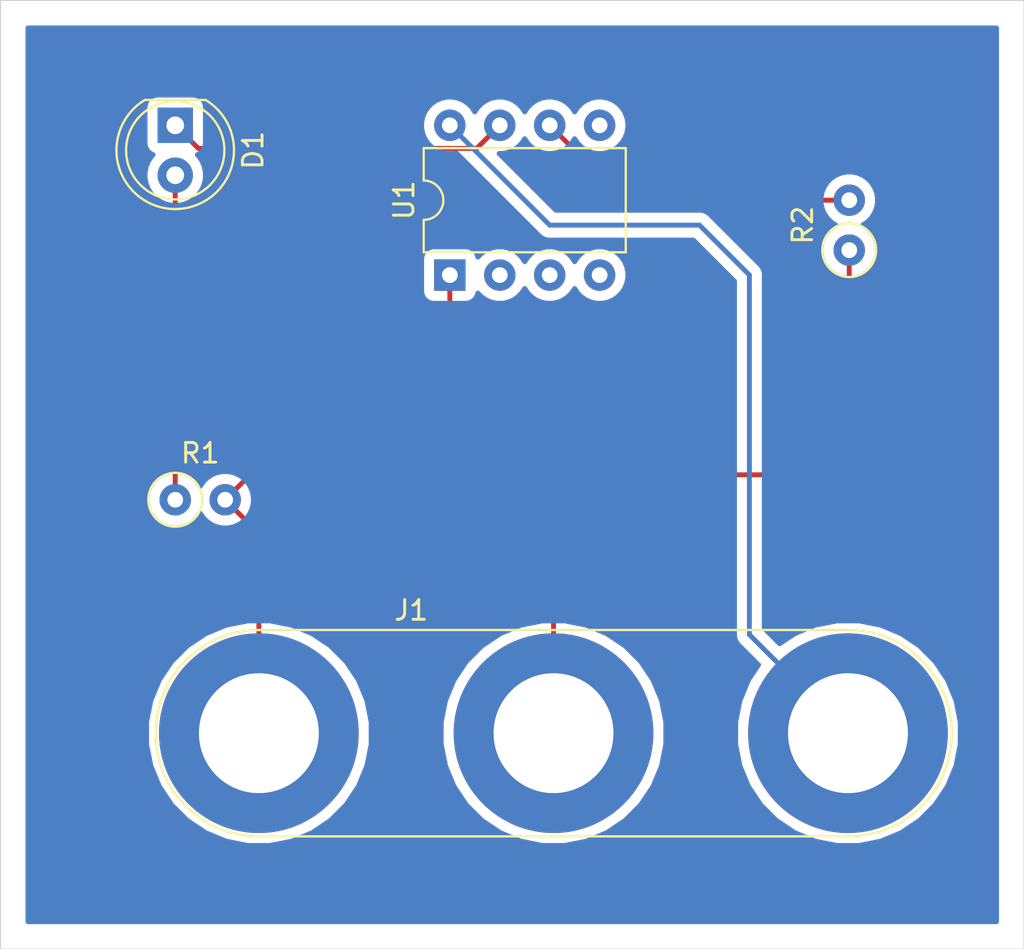
<source format=kicad_pcb>
(kicad_pcb (version 20171130) (host pcbnew "(5.1.10-1-10_14)")

  (general
    (thickness 1.6)
    (drawings 4)
    (tracks 22)
    (zones 0)
    (modules 5)
    (nets 11)
  )

  (page A4)
  (title_block
    (title Tutorial1)
  )

  (layers
    (0 F.Cu signal)
    (31 B.Cu signal)
    (32 B.Adhes user)
    (33 F.Adhes user)
    (34 B.Paste user)
    (35 F.Paste user)
    (36 B.SilkS user)
    (37 F.SilkS user)
    (38 B.Mask user)
    (39 F.Mask user)
    (40 Dwgs.User user)
    (41 Cmts.User user)
    (42 Eco1.User user)
    (43 Eco2.User user)
    (44 Edge.Cuts user)
    (45 Margin user)
    (46 B.CrtYd user)
    (47 F.CrtYd user)
    (48 B.Fab user)
    (49 F.Fab user)
  )

  (setup
    (last_trace_width 0.25)
    (trace_clearance 0.25)
    (zone_clearance 0.508)
    (zone_45_only no)
    (trace_min 0.2)
    (via_size 0.8)
    (via_drill 0.4)
    (via_min_size 0.4)
    (via_min_drill 0.3)
    (uvia_size 0.3)
    (uvia_drill 0.1)
    (uvias_allowed no)
    (uvia_min_size 0.2)
    (uvia_min_drill 0.1)
    (edge_width 0.05)
    (segment_width 0.2)
    (pcb_text_width 0.3)
    (pcb_text_size 1.5 1.5)
    (mod_edge_width 0.12)
    (mod_text_size 1 1)
    (mod_text_width 0.15)
    (pad_size 1.524 1.524)
    (pad_drill 0.762)
    (pad_to_mask_clearance 0)
    (aux_axis_origin 0 0)
    (visible_elements FFFFFF7F)
    (pcbplotparams
      (layerselection 0x010fc_ffffffff)
      (usegerberextensions false)
      (usegerberattributes true)
      (usegerberadvancedattributes true)
      (creategerberjobfile true)
      (excludeedgelayer true)
      (linewidth 0.100000)
      (plotframeref false)
      (viasonmask false)
      (mode 1)
      (useauxorigin false)
      (hpglpennumber 1)
      (hpglpenspeed 20)
      (hpglpendiameter 15.000000)
      (psnegative false)
      (psa4output false)
      (plotreference true)
      (plotvalue true)
      (plotinvisibletext false)
      (padsonsilk false)
      (subtractmaskfromsilk false)
      (outputformat 1)
      (mirror false)
      (drillshape 1)
      (scaleselection 1)
      (outputdirectory ""))
  )

  (net 0 "")
  (net 1 /uCtoLED)
  (net 2 /LEDtoR)
  (net 3 VCC)
  (net 4 GND)
  (net 5 "Net-(J1-Pad2)")
  (net 6 /INPUT)
  (net 7 "Net-(U1-Pad5)")
  (net 8 "Net-(U1-Pad2)")
  (net 9 "Net-(U1-Pad3)")
  (net 10 "Net-(U1-Pad4)")

  (net_class Default "This is the default net class."
    (clearance 0.25)
    (trace_width 0.25)
    (via_dia 0.8)
    (via_drill 0.4)
    (uvia_dia 0.3)
    (uvia_drill 0.1)
    (add_net /INPUT)
    (add_net /LEDtoR)
    (add_net /uCtoLED)
    (add_net GND)
    (add_net "Net-(J1-Pad2)")
    (add_net "Net-(U1-Pad2)")
    (add_net "Net-(U1-Pad3)")
    (add_net "Net-(U1-Pad4)")
    (add_net "Net-(U1-Pad5)")
    (add_net VCC)
  )

  (net_class power ""
    (clearance 0.25)
    (trace_width 0.5)
    (via_dia 0.8)
    (via_drill 0.4)
    (uvia_dia 0.3)
    (uvia_drill 0.1)
  )

  (module LED_THT:LED_D5.0mm (layer F.Cu) (tedit 5995936A) (tstamp 621250F4)
    (at 115.57 69.85 270)
    (descr "LED, diameter 5.0mm, 2 pins, http://cdn-reichelt.de/documents/datenblatt/A500/LL-504BC2E-009.pdf")
    (tags "LED diameter 5.0mm 2 pins")
    (path /6212CD06)
    (fp_text reference D1 (at 1.27 -3.96 90) (layer F.SilkS)
      (effects (font (size 1 1) (thickness 0.15)))
    )
    (fp_text value LED (at 1.27 3.96 90) (layer F.Fab)
      (effects (font (size 1 1) (thickness 0.15)))
    )
    (fp_line (start 4.5 -3.25) (end -1.95 -3.25) (layer F.CrtYd) (width 0.05))
    (fp_line (start 4.5 3.25) (end 4.5 -3.25) (layer F.CrtYd) (width 0.05))
    (fp_line (start -1.95 3.25) (end 4.5 3.25) (layer F.CrtYd) (width 0.05))
    (fp_line (start -1.95 -3.25) (end -1.95 3.25) (layer F.CrtYd) (width 0.05))
    (fp_line (start -1.29 -1.545) (end -1.29 1.545) (layer F.SilkS) (width 0.12))
    (fp_line (start -1.23 -1.469694) (end -1.23 1.469694) (layer F.Fab) (width 0.1))
    (fp_circle (center 1.27 0) (end 3.77 0) (layer F.SilkS) (width 0.12))
    (fp_circle (center 1.27 0) (end 3.77 0) (layer F.Fab) (width 0.1))
    (fp_arc (start 1.27 0) (end -1.23 -1.469694) (angle 299.1) (layer F.Fab) (width 0.1))
    (fp_arc (start 1.27 0) (end -1.29 -1.54483) (angle 148.9) (layer F.SilkS) (width 0.12))
    (fp_arc (start 1.27 0) (end -1.29 1.54483) (angle -148.9) (layer F.SilkS) (width 0.12))
    (fp_text user %R (at 1.25 0 90) (layer F.Fab)
      (effects (font (size 0.8 0.8) (thickness 0.2)))
    )
    (pad 1 thru_hole rect (at 0 0 270) (size 1.8 1.8) (drill 0.9) (layers *.Cu *.Mask)
      (net 1 /uCtoLED))
    (pad 2 thru_hole circle (at 2.54 0 270) (size 1.8 1.8) (drill 0.9) (layers *.Cu *.Mask)
      (net 2 /LEDtoR))
    (model ${KISYS3DMOD}/LED_THT.3dshapes/LED_D5.0mm.wrl
      (at (xyz 0 0 0))
      (scale (xyz 1 1 1))
      (rotate (xyz 0 0 0))
    )
  )

  (module Connector:Banana_Jack_3Pin (layer F.Cu) (tedit 5A1AB217) (tstamp 6212510A)
    (at 119.825001 100.775001)
    (descr "Triple banana socket, footprint - 3 x 6mm drills")
    (tags "banana socket")
    (path /62130A71)
    (fp_text reference J1 (at 7.75 -6.25) (layer F.SilkS)
      (effects (font (size 1 1) (thickness 0.15)))
    )
    (fp_text value MYCONN3 (at 22.5 -6.25) (layer F.Fab)
      (effects (font (size 1 1) (thickness 0.15)))
    )
    (fp_circle (center 0 0) (end 2 0) (layer F.Fab) (width 0.1))
    (fp_circle (center 0 0) (end 4.75 0) (layer F.Fab) (width 0.1))
    (fp_circle (center 15 0) (end 17 0) (layer F.Fab) (width 0.1))
    (fp_circle (center 15 0) (end 19.75 0) (layer F.Fab) (width 0.1))
    (fp_circle (center 30 0) (end 30 -4.75) (layer F.Fab) (width 0.1))
    (fp_circle (center 30 0) (end 30 -2) (layer F.Fab) (width 0.1))
    (fp_line (start 30 -5.25) (end 0 -5.25) (layer F.SilkS) (width 0.12))
    (fp_line (start 0 5.25) (end 30 5.25) (layer F.SilkS) (width 0.12))
    (fp_line (start 0 -5.5) (end 30 -5.5) (layer F.CrtYd) (width 0.05))
    (fp_line (start 30 5.5) (end 0 5.5) (layer F.CrtYd) (width 0.05))
    (fp_text user %R (at 14.99 0) (layer F.Fab)
      (effects (font (size 0.8 0.8) (thickness 0.12)))
    )
    (fp_arc (start 0 0) (end 0 5.5) (angle 180) (layer F.CrtYd) (width 0.05))
    (fp_arc (start 30 0) (end 30 -5.5) (angle 180) (layer F.CrtYd) (width 0.05))
    (fp_arc (start 30 0) (end 30 -5.25) (angle 180) (layer F.SilkS) (width 0.12))
    (fp_arc (start 0 0) (end 0 5.25) (angle 180) (layer F.SilkS) (width 0.12))
    (pad 1 thru_hole circle (at 0 0) (size 10.16 10.16) (drill 6.1) (layers *.Cu *.Mask)
      (net 3 VCC))
    (pad 3 thru_hole circle (at 29.97 0) (size 10.16 10.16) (drill 6.1) (layers *.Cu *.Mask)
      (net 4 GND))
    (pad 2 thru_hole circle (at 14.99 0) (size 10.16 10.16) (drill 6.1) (layers *.Cu *.Mask)
      (net 5 "Net-(J1-Pad2)"))
    (model ${KISYS3DMOD}/Connector.3dshapes/Banana_Jack_3Pin.wrl
      (offset (xyz 14.9999997746626 0 0))
      (scale (xyz 2 2 2))
      (rotate (xyz 0 0 0))
    )
  )

  (module Resistor_THT:R_Axial_DIN0207_L6.3mm_D2.5mm_P2.54mm_Vertical (layer F.Cu) (tedit 5AE5139B) (tstamp 62125119)
    (at 115.57 88.9)
    (descr "Resistor, Axial_DIN0207 series, Axial, Vertical, pin pitch=2.54mm, 0.25W = 1/4W, length*diameter=6.3*2.5mm^2, http://cdn-reichelt.de/documents/datenblatt/B400/1_4W%23YAG.pdf")
    (tags "Resistor Axial_DIN0207 series Axial Vertical pin pitch 2.54mm 0.25W = 1/4W length 6.3mm diameter 2.5mm")
    (path /62123910)
    (fp_text reference R1 (at 1.27 -2.37) (layer F.SilkS)
      (effects (font (size 1 1) (thickness 0.15)))
    )
    (fp_text value 1k (at 1.27 2.37) (layer F.Fab)
      (effects (font (size 1 1) (thickness 0.15)))
    )
    (fp_line (start 3.59 -1.5) (end -1.5 -1.5) (layer F.CrtYd) (width 0.05))
    (fp_line (start 3.59 1.5) (end 3.59 -1.5) (layer F.CrtYd) (width 0.05))
    (fp_line (start -1.5 1.5) (end 3.59 1.5) (layer F.CrtYd) (width 0.05))
    (fp_line (start -1.5 -1.5) (end -1.5 1.5) (layer F.CrtYd) (width 0.05))
    (fp_line (start 1.37 0) (end 1.44 0) (layer F.SilkS) (width 0.12))
    (fp_line (start 0 0) (end 2.54 0) (layer F.Fab) (width 0.1))
    (fp_circle (center 0 0) (end 1.37 0) (layer F.SilkS) (width 0.12))
    (fp_circle (center 0 0) (end 1.25 0) (layer F.Fab) (width 0.1))
    (fp_text user %R (at 1.27 -2.37) (layer F.Fab)
      (effects (font (size 1 1) (thickness 0.15)))
    )
    (pad 1 thru_hole circle (at 0 0) (size 1.6 1.6) (drill 0.8) (layers *.Cu *.Mask)
      (net 2 /LEDtoR))
    (pad 2 thru_hole oval (at 2.54 0) (size 1.6 1.6) (drill 0.8) (layers *.Cu *.Mask)
      (net 3 VCC))
    (model ${KISYS3DMOD}/Resistor_THT.3dshapes/R_Axial_DIN0207_L6.3mm_D2.5mm_P2.54mm_Vertical.wrl
      (at (xyz 0 0 0))
      (scale (xyz 1 1 1))
      (rotate (xyz 0 0 0))
    )
  )

  (module Resistor_THT:R_Axial_DIN0207_L6.3mm_D2.5mm_P2.54mm_Vertical (layer F.Cu) (tedit 5AE5139B) (tstamp 62125128)
    (at 149.86 76.2 90)
    (descr "Resistor, Axial_DIN0207 series, Axial, Vertical, pin pitch=2.54mm, 0.25W = 1/4W, length*diameter=6.3*2.5mm^2, http://cdn-reichelt.de/documents/datenblatt/B400/1_4W%23YAG.pdf")
    (tags "Resistor Axial_DIN0207 series Axial Vertical pin pitch 2.54mm 0.25W = 1/4W length 6.3mm diameter 2.5mm")
    (path /62124C17)
    (fp_text reference R2 (at 1.27 -2.37 90) (layer F.SilkS)
      (effects (font (size 1 1) (thickness 0.15)))
    )
    (fp_text value 100 (at 1.27 2.37 90) (layer F.Fab)
      (effects (font (size 1 1) (thickness 0.15)))
    )
    (fp_text user %R (at 1.27 -2.37 90) (layer F.Fab)
      (effects (font (size 1 1) (thickness 0.15)))
    )
    (fp_circle (center 0 0) (end 1.25 0) (layer F.Fab) (width 0.1))
    (fp_circle (center 0 0) (end 1.37 0) (layer F.SilkS) (width 0.12))
    (fp_line (start 0 0) (end 2.54 0) (layer F.Fab) (width 0.1))
    (fp_line (start 1.37 0) (end 1.44 0) (layer F.SilkS) (width 0.12))
    (fp_line (start -1.5 -1.5) (end -1.5 1.5) (layer F.CrtYd) (width 0.05))
    (fp_line (start -1.5 1.5) (end 3.59 1.5) (layer F.CrtYd) (width 0.05))
    (fp_line (start 3.59 1.5) (end 3.59 -1.5) (layer F.CrtYd) (width 0.05))
    (fp_line (start 3.59 -1.5) (end -1.5 -1.5) (layer F.CrtYd) (width 0.05))
    (pad 2 thru_hole oval (at 2.54 0 90) (size 1.6 1.6) (drill 0.8) (layers *.Cu *.Mask)
      (net 6 /INPUT))
    (pad 1 thru_hole circle (at 0 0 90) (size 1.6 1.6) (drill 0.8) (layers *.Cu *.Mask)
      (net 5 "Net-(J1-Pad2)"))
    (model ${KISYS3DMOD}/Resistor_THT.3dshapes/R_Axial_DIN0207_L6.3mm_D2.5mm_P2.54mm_Vertical.wrl
      (at (xyz 0 0 0))
      (scale (xyz 1 1 1))
      (rotate (xyz 0 0 0))
    )
  )

  (module Package_DIP:DIP-8_W7.62mm (layer F.Cu) (tedit 5A02E8C5) (tstamp 62125144)
    (at 129.54 77.47 90)
    (descr "8-lead though-hole mounted DIP package, row spacing 7.62 mm (300 mils)")
    (tags "THT DIP DIL PDIP 2.54mm 7.62mm 300mil")
    (path /62127763)
    (fp_text reference U1 (at 3.81 -2.33 90) (layer F.SilkS)
      (effects (font (size 1 1) (thickness 0.15)))
    )
    (fp_text value PIC12C508A-ISN (at -2.54 3.81) (layer F.Fab)
      (effects (font (size 1 1) (thickness 0.15)))
    )
    (fp_line (start 8.7 -1.55) (end -1.1 -1.55) (layer F.CrtYd) (width 0.05))
    (fp_line (start 8.7 9.15) (end 8.7 -1.55) (layer F.CrtYd) (width 0.05))
    (fp_line (start -1.1 9.15) (end 8.7 9.15) (layer F.CrtYd) (width 0.05))
    (fp_line (start -1.1 -1.55) (end -1.1 9.15) (layer F.CrtYd) (width 0.05))
    (fp_line (start 6.46 -1.33) (end 4.81 -1.33) (layer F.SilkS) (width 0.12))
    (fp_line (start 6.46 8.95) (end 6.46 -1.33) (layer F.SilkS) (width 0.12))
    (fp_line (start 1.16 8.95) (end 6.46 8.95) (layer F.SilkS) (width 0.12))
    (fp_line (start 1.16 -1.33) (end 1.16 8.95) (layer F.SilkS) (width 0.12))
    (fp_line (start 2.81 -1.33) (end 1.16 -1.33) (layer F.SilkS) (width 0.12))
    (fp_line (start 0.635 -0.27) (end 1.635 -1.27) (layer F.Fab) (width 0.1))
    (fp_line (start 0.635 8.89) (end 0.635 -0.27) (layer F.Fab) (width 0.1))
    (fp_line (start 6.985 8.89) (end 0.635 8.89) (layer F.Fab) (width 0.1))
    (fp_line (start 6.985 -1.27) (end 6.985 8.89) (layer F.Fab) (width 0.1))
    (fp_line (start 1.635 -1.27) (end 6.985 -1.27) (layer F.Fab) (width 0.1))
    (fp_arc (start 3.81 -1.33) (end 2.81 -1.33) (angle -180) (layer F.SilkS) (width 0.12))
    (fp_text user %R (at 3.81 3.81 90) (layer F.Fab)
      (effects (font (size 1 1) (thickness 0.15)))
    )
    (pad 1 thru_hole rect (at 0 0 90) (size 1.6 1.6) (drill 0.8) (layers *.Cu *.Mask)
      (net 3 VCC))
    (pad 5 thru_hole oval (at 7.62 7.62 90) (size 1.6 1.6) (drill 0.8) (layers *.Cu *.Mask)
      (net 7 "Net-(U1-Pad5)"))
    (pad 2 thru_hole oval (at 0 2.54 90) (size 1.6 1.6) (drill 0.8) (layers *.Cu *.Mask)
      (net 8 "Net-(U1-Pad2)"))
    (pad 6 thru_hole oval (at 7.62 5.08 90) (size 1.6 1.6) (drill 0.8) (layers *.Cu *.Mask)
      (net 6 /INPUT))
    (pad 3 thru_hole oval (at 0 5.08 90) (size 1.6 1.6) (drill 0.8) (layers *.Cu *.Mask)
      (net 9 "Net-(U1-Pad3)"))
    (pad 7 thru_hole oval (at 7.62 2.54 90) (size 1.6 1.6) (drill 0.8) (layers *.Cu *.Mask)
      (net 1 /uCtoLED))
    (pad 4 thru_hole oval (at 0 7.62 90) (size 1.6 1.6) (drill 0.8) (layers *.Cu *.Mask)
      (net 10 "Net-(U1-Pad4)"))
    (pad 8 thru_hole oval (at 7.62 0 90) (size 1.6 1.6) (drill 0.8) (layers *.Cu *.Mask)
      (net 4 GND))
    (model ${KISYS3DMOD}/Package_DIP.3dshapes/DIP-8_W7.62mm.wrl
      (at (xyz 0 0 0))
      (scale (xyz 1 1 1))
      (rotate (xyz 0 0 0))
    )
  )

  (gr_line (start 106.68 63.5) (end 158.75 63.5) (layer Edge.Cuts) (width 0.05) (tstamp 62125616))
  (gr_line (start 106.68 111.76) (end 106.68 63.5) (layer Edge.Cuts) (width 0.05))
  (gr_line (start 158.75 111.76) (end 106.68 111.76) (layer Edge.Cuts) (width 0.05))
  (gr_line (start 158.75 63.5) (end 158.75 111.76) (layer Edge.Cuts) (width 0.05))

  (segment (start 130.904999 71.025001) (end 132.08 69.85) (width 0.25) (layer F.Cu) (net 1))
  (segment (start 116.745001 71.025001) (end 130.904999 71.025001) (width 0.25) (layer F.Cu) (net 1))
  (segment (start 115.57 69.85) (end 116.745001 71.025001) (width 0.25) (layer F.Cu) (net 1))
  (segment (start 115.57 72.39) (end 115.57 88.9) (width 0.25) (layer F.Cu) (net 2))
  (segment (start 119.825001 90.615001) (end 118.11 88.9) (width 0.25) (layer F.Cu) (net 3))
  (segment (start 119.825001 100.775001) (end 119.825001 90.615001) (width 0.25) (layer F.Cu) (net 3))
  (segment (start 118.11 88.9) (end 121.92 85.09) (width 0.25) (layer F.Cu) (net 3))
  (segment (start 121.92 85.09) (end 128.27 85.09) (width 0.25) (layer F.Cu) (net 3))
  (segment (start 128.27 85.09) (end 129.54 83.82) (width 0.25) (layer F.Cu) (net 3))
  (segment (start 129.54 83.82) (end 129.54 77.47) (width 0.25) (layer F.Cu) (net 3))
  (segment (start 129.54 69.85) (end 134.62 74.93) (width 0.25) (layer B.Cu) (net 4))
  (segment (start 134.62 74.93) (end 142.24 74.93) (width 0.25) (layer B.Cu) (net 4))
  (segment (start 142.24 74.93) (end 144.78 77.47) (width 0.25) (layer B.Cu) (net 4))
  (segment (start 144.78 95.76) (end 149.795001 100.775001) (width 0.25) (layer B.Cu) (net 4))
  (segment (start 144.78 77.47) (end 144.78 95.76) (width 0.25) (layer B.Cu) (net 4))
  (segment (start 134.815001 100.775001) (end 134.815001 88.704999) (width 0.25) (layer F.Cu) (net 5))
  (segment (start 134.815001 88.704999) (end 135.89 87.63) (width 0.25) (layer F.Cu) (net 5))
  (segment (start 135.89 87.63) (end 147.32 87.63) (width 0.25) (layer F.Cu) (net 5))
  (segment (start 149.86 85.09) (end 149.86 76.2) (width 0.25) (layer F.Cu) (net 5))
  (segment (start 147.32 87.63) (end 149.86 85.09) (width 0.25) (layer F.Cu) (net 5))
  (segment (start 138.43 73.66) (end 149.86 73.66) (width 0.25) (layer F.Cu) (net 6))
  (segment (start 134.62 69.85) (end 138.43 73.66) (width 0.25) (layer F.Cu) (net 6))

  (zone (net 0) (net_name "") (layer B.Cu) (tstamp 0) (hatch edge 0.508)
    (connect_pads (clearance 0.508))
    (min_thickness 0.254)
    (fill yes (arc_segments 32) (thermal_gap 0.508) (thermal_bridge_width 0.508))
    (polygon
      (pts
        (xy 157.48 110.49) (xy 107.95 110.49) (xy 107.95 64.77) (xy 157.48 64.77)
      )
    )
    (filled_polygon
      (pts
        (xy 157.353 110.363) (xy 108.077 110.363) (xy 108.077 100.212123) (xy 114.110001 100.212123) (xy 114.110001 101.337879)
        (xy 114.329626 102.442005) (xy 114.760434 103.482068) (xy 115.385871 104.418101) (xy 116.181901 105.214131) (xy 117.117934 105.839568)
        (xy 118.157997 106.270376) (xy 119.262123 106.490001) (xy 120.387879 106.490001) (xy 121.492005 106.270376) (xy 122.532068 105.839568)
        (xy 123.468101 105.214131) (xy 124.264131 104.418101) (xy 124.889568 103.482068) (xy 125.320376 102.442005) (xy 125.540001 101.337879)
        (xy 125.540001 100.212123) (xy 129.100001 100.212123) (xy 129.100001 101.337879) (xy 129.319626 102.442005) (xy 129.750434 103.482068)
        (xy 130.375871 104.418101) (xy 131.171901 105.214131) (xy 132.107934 105.839568) (xy 133.147997 106.270376) (xy 134.252123 106.490001)
        (xy 135.377879 106.490001) (xy 136.482005 106.270376) (xy 137.522068 105.839568) (xy 138.458101 105.214131) (xy 139.254131 104.418101)
        (xy 139.879568 103.482068) (xy 140.310376 102.442005) (xy 140.530001 101.337879) (xy 140.530001 100.212123) (xy 140.310376 99.107997)
        (xy 139.879568 98.067934) (xy 139.254131 97.131901) (xy 138.458101 96.335871) (xy 137.522068 95.710434) (xy 136.482005 95.279626)
        (xy 135.377879 95.060001) (xy 134.252123 95.060001) (xy 133.147997 95.279626) (xy 132.107934 95.710434) (xy 131.171901 96.335871)
        (xy 130.375871 97.131901) (xy 129.750434 98.067934) (xy 129.319626 99.107997) (xy 129.100001 100.212123) (xy 125.540001 100.212123)
        (xy 125.320376 99.107997) (xy 124.889568 98.067934) (xy 124.264131 97.131901) (xy 123.468101 96.335871) (xy 122.532068 95.710434)
        (xy 121.492005 95.279626) (xy 120.387879 95.060001) (xy 119.262123 95.060001) (xy 118.157997 95.279626) (xy 117.117934 95.710434)
        (xy 116.181901 96.335871) (xy 115.385871 97.131901) (xy 114.760434 98.067934) (xy 114.329626 99.107997) (xy 114.110001 100.212123)
        (xy 108.077 100.212123) (xy 108.077 88.758665) (xy 114.135 88.758665) (xy 114.135 89.041335) (xy 114.190147 89.318574)
        (xy 114.29832 89.579727) (xy 114.455363 89.814759) (xy 114.655241 90.014637) (xy 114.890273 90.17168) (xy 115.151426 90.279853)
        (xy 115.428665 90.335) (xy 115.711335 90.335) (xy 115.988574 90.279853) (xy 116.249727 90.17168) (xy 116.484759 90.014637)
        (xy 116.684637 89.814759) (xy 116.84 89.582241) (xy 116.995363 89.814759) (xy 117.195241 90.014637) (xy 117.430273 90.17168)
        (xy 117.691426 90.279853) (xy 117.968665 90.335) (xy 118.251335 90.335) (xy 118.528574 90.279853) (xy 118.789727 90.17168)
        (xy 119.024759 90.014637) (xy 119.224637 89.814759) (xy 119.38168 89.579727) (xy 119.489853 89.318574) (xy 119.545 89.041335)
        (xy 119.545 88.758665) (xy 119.489853 88.481426) (xy 119.38168 88.220273) (xy 119.224637 87.985241) (xy 119.024759 87.785363)
        (xy 118.789727 87.62832) (xy 118.528574 87.520147) (xy 118.251335 87.465) (xy 117.968665 87.465) (xy 117.691426 87.520147)
        (xy 117.430273 87.62832) (xy 117.195241 87.785363) (xy 116.995363 87.985241) (xy 116.84 88.217759) (xy 116.684637 87.985241)
        (xy 116.484759 87.785363) (xy 116.249727 87.62832) (xy 115.988574 87.520147) (xy 115.711335 87.465) (xy 115.428665 87.465)
        (xy 115.151426 87.520147) (xy 114.890273 87.62832) (xy 114.655241 87.785363) (xy 114.455363 87.985241) (xy 114.29832 88.220273)
        (xy 114.190147 88.481426) (xy 114.135 88.758665) (xy 108.077 88.758665) (xy 108.077 76.67) (xy 128.101928 76.67)
        (xy 128.101928 78.27) (xy 128.114188 78.394482) (xy 128.150498 78.51418) (xy 128.209463 78.624494) (xy 128.288815 78.721185)
        (xy 128.385506 78.800537) (xy 128.49582 78.859502) (xy 128.615518 78.895812) (xy 128.74 78.908072) (xy 130.34 78.908072)
        (xy 130.464482 78.895812) (xy 130.58418 78.859502) (xy 130.694494 78.800537) (xy 130.791185 78.721185) (xy 130.870537 78.624494)
        (xy 130.929502 78.51418) (xy 130.965812 78.394482) (xy 130.966643 78.386039) (xy 131.165241 78.584637) (xy 131.400273 78.74168)
        (xy 131.661426 78.849853) (xy 131.938665 78.905) (xy 132.221335 78.905) (xy 132.498574 78.849853) (xy 132.759727 78.74168)
        (xy 132.994759 78.584637) (xy 133.194637 78.384759) (xy 133.35 78.152241) (xy 133.505363 78.384759) (xy 133.705241 78.584637)
        (xy 133.940273 78.74168) (xy 134.201426 78.849853) (xy 134.478665 78.905) (xy 134.761335 78.905) (xy 135.038574 78.849853)
        (xy 135.299727 78.74168) (xy 135.534759 78.584637) (xy 135.734637 78.384759) (xy 135.89 78.152241) (xy 136.045363 78.384759)
        (xy 136.245241 78.584637) (xy 136.480273 78.74168) (xy 136.741426 78.849853) (xy 137.018665 78.905) (xy 137.301335 78.905)
        (xy 137.578574 78.849853) (xy 137.839727 78.74168) (xy 138.074759 78.584637) (xy 138.274637 78.384759) (xy 138.43168 78.149727)
        (xy 138.539853 77.888574) (xy 138.595 77.611335) (xy 138.595 77.328665) (xy 138.539853 77.051426) (xy 138.43168 76.790273)
        (xy 138.274637 76.555241) (xy 138.074759 76.355363) (xy 137.839727 76.19832) (xy 137.578574 76.090147) (xy 137.301335 76.035)
        (xy 137.018665 76.035) (xy 136.741426 76.090147) (xy 136.480273 76.19832) (xy 136.245241 76.355363) (xy 136.045363 76.555241)
        (xy 135.89 76.787759) (xy 135.734637 76.555241) (xy 135.534759 76.355363) (xy 135.299727 76.19832) (xy 135.038574 76.090147)
        (xy 134.761335 76.035) (xy 134.478665 76.035) (xy 134.201426 76.090147) (xy 133.940273 76.19832) (xy 133.705241 76.355363)
        (xy 133.505363 76.555241) (xy 133.35 76.787759) (xy 133.194637 76.555241) (xy 132.994759 76.355363) (xy 132.759727 76.19832)
        (xy 132.498574 76.090147) (xy 132.221335 76.035) (xy 131.938665 76.035) (xy 131.661426 76.090147) (xy 131.400273 76.19832)
        (xy 131.165241 76.355363) (xy 130.966643 76.553961) (xy 130.965812 76.545518) (xy 130.929502 76.42582) (xy 130.870537 76.315506)
        (xy 130.791185 76.218815) (xy 130.694494 76.139463) (xy 130.58418 76.080498) (xy 130.464482 76.044188) (xy 130.34 76.031928)
        (xy 128.74 76.031928) (xy 128.615518 76.044188) (xy 128.49582 76.080498) (xy 128.385506 76.139463) (xy 128.288815 76.218815)
        (xy 128.209463 76.315506) (xy 128.150498 76.42582) (xy 128.114188 76.545518) (xy 128.101928 76.67) (xy 108.077 76.67)
        (xy 108.077 68.95) (xy 114.031928 68.95) (xy 114.031928 70.75) (xy 114.044188 70.874482) (xy 114.080498 70.99418)
        (xy 114.139463 71.104494) (xy 114.218815 71.201185) (xy 114.315506 71.280537) (xy 114.42582 71.339502) (xy 114.444127 71.345056)
        (xy 114.377688 71.411495) (xy 114.209701 71.662905) (xy 114.093989 71.942257) (xy 114.035 72.238816) (xy 114.035 72.541184)
        (xy 114.093989 72.837743) (xy 114.209701 73.117095) (xy 114.377688 73.368505) (xy 114.591495 73.582312) (xy 114.842905 73.750299)
        (xy 115.122257 73.866011) (xy 115.418816 73.925) (xy 115.721184 73.925) (xy 116.017743 73.866011) (xy 116.297095 73.750299)
        (xy 116.548505 73.582312) (xy 116.762312 73.368505) (xy 116.930299 73.117095) (xy 117.046011 72.837743) (xy 117.105 72.541184)
        (xy 117.105 72.238816) (xy 117.046011 71.942257) (xy 116.930299 71.662905) (xy 116.762312 71.411495) (xy 116.695873 71.345056)
        (xy 116.71418 71.339502) (xy 116.824494 71.280537) (xy 116.921185 71.201185) (xy 117.000537 71.104494) (xy 117.059502 70.99418)
        (xy 117.095812 70.874482) (xy 117.108072 70.75) (xy 117.108072 69.708665) (xy 128.105 69.708665) (xy 128.105 69.991335)
        (xy 128.160147 70.268574) (xy 128.26832 70.529727) (xy 128.425363 70.764759) (xy 128.625241 70.964637) (xy 128.860273 71.12168)
        (xy 129.121426 71.229853) (xy 129.398665 71.285) (xy 129.681335 71.285) (xy 129.863887 71.248688) (xy 134.0562 75.441002)
        (xy 134.079999 75.470001) (xy 134.108997 75.493799) (xy 134.195723 75.564974) (xy 134.327753 75.635546) (xy 134.471014 75.679003)
        (xy 134.582667 75.69) (xy 134.582677 75.69) (xy 134.62 75.693676) (xy 134.657323 75.69) (xy 141.925199 75.69)
        (xy 144.02 77.784803) (xy 144.020001 95.722667) (xy 144.016324 95.76) (xy 144.030998 95.908985) (xy 144.074454 96.052246)
        (xy 144.145026 96.184276) (xy 144.216201 96.271002) (xy 144.24 96.300001) (xy 144.268998 96.323799) (xy 145.244211 97.299012)
        (xy 144.730434 98.067934) (xy 144.299626 99.107997) (xy 144.080001 100.212123) (xy 144.080001 101.337879) (xy 144.299626 102.442005)
        (xy 144.730434 103.482068) (xy 145.355871 104.418101) (xy 146.151901 105.214131) (xy 147.087934 105.839568) (xy 148.127997 106.270376)
        (xy 149.232123 106.490001) (xy 150.357879 106.490001) (xy 151.462005 106.270376) (xy 152.502068 105.839568) (xy 153.438101 105.214131)
        (xy 154.234131 104.418101) (xy 154.859568 103.482068) (xy 155.290376 102.442005) (xy 155.510001 101.337879) (xy 155.510001 100.212123)
        (xy 155.290376 99.107997) (xy 154.859568 98.067934) (xy 154.234131 97.131901) (xy 153.438101 96.335871) (xy 152.502068 95.710434)
        (xy 151.462005 95.279626) (xy 150.357879 95.060001) (xy 149.232123 95.060001) (xy 148.127997 95.279626) (xy 147.087934 95.710434)
        (xy 146.319012 96.224211) (xy 145.54 95.445199) (xy 145.54 77.507322) (xy 145.543676 77.469999) (xy 145.54 77.432676)
        (xy 145.54 77.432667) (xy 145.529003 77.321014) (xy 145.485546 77.177753) (xy 145.414974 77.045724) (xy 145.401811 77.029685)
        (xy 145.343799 76.958996) (xy 145.343795 76.958992) (xy 145.320001 76.929999) (xy 145.291009 76.906206) (xy 142.803804 74.419003)
        (xy 142.780001 74.389999) (xy 142.664276 74.295026) (xy 142.532247 74.224454) (xy 142.388986 74.180997) (xy 142.277333 74.17)
        (xy 142.277322 74.17) (xy 142.24 74.166324) (xy 142.202678 74.17) (xy 134.934802 74.17) (xy 134.283467 73.518665)
        (xy 148.425 73.518665) (xy 148.425 73.801335) (xy 148.480147 74.078574) (xy 148.58832 74.339727) (xy 148.745363 74.574759)
        (xy 148.945241 74.774637) (xy 149.177759 74.93) (xy 148.945241 75.085363) (xy 148.745363 75.285241) (xy 148.58832 75.520273)
        (xy 148.480147 75.781426) (xy 148.425 76.058665) (xy 148.425 76.341335) (xy 148.480147 76.618574) (xy 148.58832 76.879727)
        (xy 148.745363 77.114759) (xy 148.945241 77.314637) (xy 149.180273 77.47168) (xy 149.441426 77.579853) (xy 149.718665 77.635)
        (xy 150.001335 77.635) (xy 150.278574 77.579853) (xy 150.539727 77.47168) (xy 150.774759 77.314637) (xy 150.974637 77.114759)
        (xy 151.13168 76.879727) (xy 151.239853 76.618574) (xy 151.295 76.341335) (xy 151.295 76.058665) (xy 151.239853 75.781426)
        (xy 151.13168 75.520273) (xy 150.974637 75.285241) (xy 150.774759 75.085363) (xy 150.542241 74.93) (xy 150.774759 74.774637)
        (xy 150.974637 74.574759) (xy 151.13168 74.339727) (xy 151.239853 74.078574) (xy 151.295 73.801335) (xy 151.295 73.518665)
        (xy 151.239853 73.241426) (xy 151.13168 72.980273) (xy 150.974637 72.745241) (xy 150.774759 72.545363) (xy 150.539727 72.38832)
        (xy 150.278574 72.280147) (xy 150.001335 72.225) (xy 149.718665 72.225) (xy 149.441426 72.280147) (xy 149.180273 72.38832)
        (xy 148.945241 72.545363) (xy 148.745363 72.745241) (xy 148.58832 72.980273) (xy 148.480147 73.241426) (xy 148.425 73.518665)
        (xy 134.283467 73.518665) (xy 132.049801 71.285) (xy 132.221335 71.285) (xy 132.498574 71.229853) (xy 132.759727 71.12168)
        (xy 132.994759 70.964637) (xy 133.194637 70.764759) (xy 133.35 70.532241) (xy 133.505363 70.764759) (xy 133.705241 70.964637)
        (xy 133.940273 71.12168) (xy 134.201426 71.229853) (xy 134.478665 71.285) (xy 134.761335 71.285) (xy 135.038574 71.229853)
        (xy 135.299727 71.12168) (xy 135.534759 70.964637) (xy 135.734637 70.764759) (xy 135.89 70.532241) (xy 136.045363 70.764759)
        (xy 136.245241 70.964637) (xy 136.480273 71.12168) (xy 136.741426 71.229853) (xy 137.018665 71.285) (xy 137.301335 71.285)
        (xy 137.578574 71.229853) (xy 137.839727 71.12168) (xy 138.074759 70.964637) (xy 138.274637 70.764759) (xy 138.43168 70.529727)
        (xy 138.539853 70.268574) (xy 138.595 69.991335) (xy 138.595 69.708665) (xy 138.539853 69.431426) (xy 138.43168 69.170273)
        (xy 138.274637 68.935241) (xy 138.074759 68.735363) (xy 137.839727 68.57832) (xy 137.578574 68.470147) (xy 137.301335 68.415)
        (xy 137.018665 68.415) (xy 136.741426 68.470147) (xy 136.480273 68.57832) (xy 136.245241 68.735363) (xy 136.045363 68.935241)
        (xy 135.89 69.167759) (xy 135.734637 68.935241) (xy 135.534759 68.735363) (xy 135.299727 68.57832) (xy 135.038574 68.470147)
        (xy 134.761335 68.415) (xy 134.478665 68.415) (xy 134.201426 68.470147) (xy 133.940273 68.57832) (xy 133.705241 68.735363)
        (xy 133.505363 68.935241) (xy 133.35 69.167759) (xy 133.194637 68.935241) (xy 132.994759 68.735363) (xy 132.759727 68.57832)
        (xy 132.498574 68.470147) (xy 132.221335 68.415) (xy 131.938665 68.415) (xy 131.661426 68.470147) (xy 131.400273 68.57832)
        (xy 131.165241 68.735363) (xy 130.965363 68.935241) (xy 130.81 69.167759) (xy 130.654637 68.935241) (xy 130.454759 68.735363)
        (xy 130.219727 68.57832) (xy 129.958574 68.470147) (xy 129.681335 68.415) (xy 129.398665 68.415) (xy 129.121426 68.470147)
        (xy 128.860273 68.57832) (xy 128.625241 68.735363) (xy 128.425363 68.935241) (xy 128.26832 69.170273) (xy 128.160147 69.431426)
        (xy 128.105 69.708665) (xy 117.108072 69.708665) (xy 117.108072 68.95) (xy 117.095812 68.825518) (xy 117.059502 68.70582)
        (xy 117.000537 68.595506) (xy 116.921185 68.498815) (xy 116.824494 68.419463) (xy 116.71418 68.360498) (xy 116.594482 68.324188)
        (xy 116.47 68.311928) (xy 114.67 68.311928) (xy 114.545518 68.324188) (xy 114.42582 68.360498) (xy 114.315506 68.419463)
        (xy 114.218815 68.498815) (xy 114.139463 68.595506) (xy 114.080498 68.70582) (xy 114.044188 68.825518) (xy 114.031928 68.95)
        (xy 108.077 68.95) (xy 108.077 64.897) (xy 157.353 64.897)
      )
    )
  )
)

</source>
